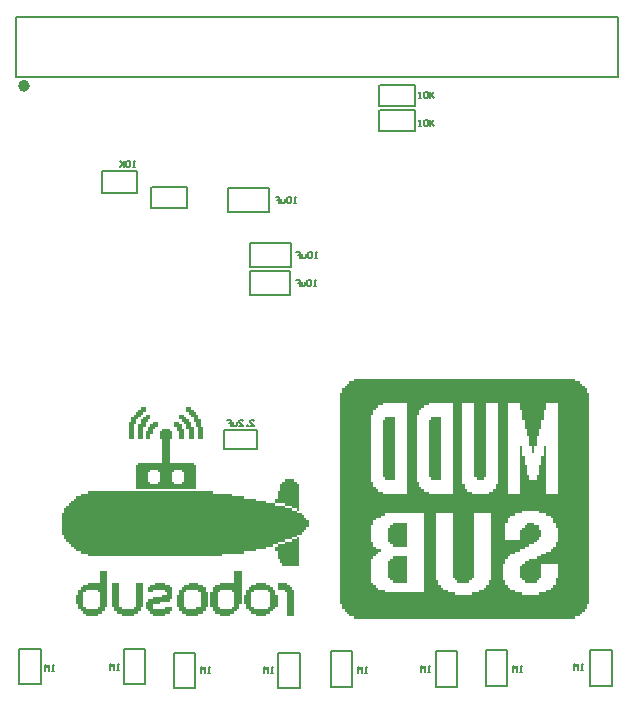
<source format=gbo>
G04*
G04 #@! TF.GenerationSoftware,Altium Limited,Altium Designer,19.1.7 (138)*
G04*
G04 Layer_Color=32896*
%FSLAX25Y25*%
%MOIN*%
G70*
G01*
G75*
%ADD10C,0.00787*%
%ADD17C,0.00600*%
%ADD84C,0.01968*%
%ADD85C,0.00598*%
G36*
X125620Y229960D02*
X126420D01*
Y229160D01*
X127220D01*
Y228360D01*
X128020D01*
Y227560D01*
Y226760D01*
X128820D01*
Y225960D01*
Y225160D01*
Y224360D01*
X129620D01*
Y223560D01*
Y222760D01*
Y221960D01*
Y221160D01*
Y220360D01*
X128020D01*
Y221160D01*
Y221960D01*
Y222760D01*
Y223560D01*
Y224360D01*
X127220D01*
Y225160D01*
Y225960D01*
X126420D01*
Y226760D01*
Y227560D01*
X125620D01*
Y228360D01*
X124820D01*
Y229160D01*
X124020D01*
Y229960D01*
Y230760D01*
X125620D01*
Y229960D01*
D02*
G37*
G36*
X123220Y227560D02*
X124020D01*
Y226760D01*
X124820D01*
Y225960D01*
X125620D01*
Y225160D01*
Y224360D01*
X126420D01*
Y223560D01*
Y222760D01*
Y221960D01*
Y221160D01*
Y220360D01*
X124820D01*
Y221160D01*
Y221960D01*
Y222760D01*
Y223560D01*
X124020D01*
Y224360D01*
Y225160D01*
X123220D01*
Y225960D01*
X122420D01*
Y226760D01*
X121620D01*
Y227560D01*
Y228360D01*
X123220D01*
Y227560D01*
D02*
G37*
G36*
X121620Y225160D02*
X122420D01*
Y224360D01*
Y223560D01*
X123220D01*
Y222760D01*
Y221960D01*
Y221160D01*
Y220360D01*
X121620D01*
Y221160D01*
Y221960D01*
Y222760D01*
X120820D01*
Y223560D01*
Y224360D01*
X120020D01*
Y225160D01*
Y225960D01*
X121620D01*
Y225160D01*
D02*
G37*
G36*
X114420D02*
Y224360D01*
X113620D01*
Y223560D01*
X112820D01*
Y222760D01*
Y221960D01*
X112020D01*
Y221160D01*
Y220360D01*
X110420D01*
Y221160D01*
Y221960D01*
Y222760D01*
X111220D01*
Y223560D01*
Y224360D01*
X112020D01*
Y225160D01*
X112820D01*
Y225960D01*
X114420D01*
Y225160D01*
D02*
G37*
G36*
X112020Y227560D02*
Y226760D01*
X111220D01*
Y225960D01*
X110420D01*
Y225160D01*
Y224360D01*
X109620D01*
Y223560D01*
Y222760D01*
Y221960D01*
Y221160D01*
Y220360D01*
X108020D01*
Y221160D01*
Y221960D01*
Y222760D01*
Y223560D01*
Y224360D01*
Y225160D01*
X108820D01*
Y225960D01*
Y226760D01*
X109620D01*
Y227560D01*
X110420D01*
Y228360D01*
X112020D01*
Y227560D01*
D02*
G37*
G36*
X110420Y229960D02*
Y229160D01*
X109620D01*
Y228360D01*
X108820D01*
Y227560D01*
X108020D01*
Y226760D01*
X107220D01*
Y225960D01*
Y225160D01*
X106420D01*
Y224360D01*
Y223560D01*
Y222760D01*
Y221960D01*
Y221160D01*
Y220360D01*
X104820D01*
Y221160D01*
Y221960D01*
Y222760D01*
Y223560D01*
Y224360D01*
Y225160D01*
Y225960D01*
X105620D01*
Y226760D01*
Y227560D01*
X106420D01*
Y228360D01*
X107220D01*
Y229160D01*
X108020D01*
Y229960D01*
X108820D01*
Y230760D01*
X110420D01*
Y229960D01*
D02*
G37*
G36*
X118420Y222760D02*
X119220D01*
Y221960D01*
Y221160D01*
Y220360D01*
X118420D01*
Y219560D01*
Y218760D01*
Y217960D01*
Y217160D01*
Y216360D01*
Y215560D01*
Y214760D01*
Y213960D01*
Y213160D01*
Y212360D01*
X126420D01*
Y211560D01*
X127220D01*
Y210760D01*
Y209960D01*
Y209160D01*
Y208360D01*
Y207560D01*
Y206760D01*
Y205960D01*
Y205160D01*
Y204360D01*
Y203560D01*
X107220D01*
Y204360D01*
Y205160D01*
Y205960D01*
Y206760D01*
Y207560D01*
Y208360D01*
Y209160D01*
Y209960D01*
Y210760D01*
Y211560D01*
X108020D01*
Y212360D01*
X116020D01*
Y213160D01*
Y213960D01*
Y214760D01*
Y215560D01*
Y216360D01*
Y217160D01*
Y217960D01*
Y218760D01*
Y219560D01*
Y220360D01*
X115220D01*
Y221160D01*
Y221960D01*
Y222760D01*
X116020D01*
Y223560D01*
X118420D01*
Y222760D01*
D02*
G37*
G36*
X160020Y205960D02*
X160820D01*
Y205160D01*
X161620D01*
Y204360D01*
Y203560D01*
Y202760D01*
Y201960D01*
Y201160D01*
Y200360D01*
Y199560D01*
Y198760D01*
Y197960D01*
Y197160D01*
Y196360D01*
X160820D01*
Y197160D01*
X159220D01*
Y197960D01*
X156820D01*
Y198760D01*
X153620D01*
Y199560D01*
Y200360D01*
X154420D01*
Y201160D01*
Y201960D01*
Y202760D01*
X155220D01*
Y203560D01*
Y204360D01*
Y205160D01*
X156020D01*
Y205960D01*
X156820D01*
Y206760D01*
X160020D01*
Y205960D01*
D02*
G37*
G36*
X132820Y201960D02*
X139220D01*
Y201160D01*
X143220D01*
Y200360D01*
X147220D01*
Y199560D01*
X150420D01*
Y198760D01*
X153620D01*
Y197960D01*
X156820D01*
Y197160D01*
X159220D01*
Y196360D01*
X160820D01*
Y195560D01*
X162420D01*
Y194760D01*
X163220D01*
Y193960D01*
X164020D01*
Y193160D01*
X164820D01*
Y192360D01*
Y191560D01*
Y190760D01*
X164020D01*
Y189960D01*
X163220D01*
Y189160D01*
X162420D01*
Y188360D01*
X160820D01*
Y187560D01*
X161620D01*
Y186760D01*
Y185960D01*
Y185160D01*
Y184360D01*
Y183560D01*
Y182760D01*
Y181960D01*
Y181160D01*
Y180360D01*
Y179560D01*
Y178760D01*
Y177960D01*
X156020D01*
Y178760D01*
X155220D01*
Y179560D01*
Y180360D01*
X154420D01*
Y181160D01*
Y181960D01*
Y182760D01*
X153620D01*
Y183560D01*
Y184360D01*
X154420D01*
Y185160D01*
X152820D01*
Y184360D01*
X150420D01*
Y183560D01*
X147220D01*
Y182760D01*
X143220D01*
Y181960D01*
X136020D01*
Y181160D01*
X91220D01*
Y181960D01*
X88820D01*
Y182760D01*
X87220D01*
Y183560D01*
X86420D01*
Y184360D01*
X85620D01*
Y185160D01*
X84820D01*
Y185960D01*
X84020D01*
Y186760D01*
X83220D01*
Y187560D01*
Y188360D01*
X82420D01*
Y189160D01*
Y189960D01*
Y190760D01*
Y191560D01*
Y192360D01*
Y193160D01*
Y193960D01*
Y194760D01*
Y195560D01*
X83220D01*
Y196360D01*
Y197160D01*
X84020D01*
Y197960D01*
X84820D01*
Y198760D01*
X85620D01*
Y199560D01*
X86420D01*
Y200360D01*
X87220D01*
Y201160D01*
X88820D01*
Y201960D01*
X91220D01*
Y202760D01*
X132820D01*
Y201960D01*
D02*
G37*
G36*
X109620Y171560D02*
Y170760D01*
Y169960D01*
Y169160D01*
Y168360D01*
Y167560D01*
Y166760D01*
Y165960D01*
Y165160D01*
Y164360D01*
X108820D01*
Y163560D01*
Y162760D01*
X108020D01*
Y161960D01*
X106420D01*
Y161160D01*
X102420D01*
Y161960D01*
X100820D01*
Y162760D01*
X100020D01*
Y163560D01*
Y164360D01*
X99220D01*
Y165160D01*
Y165960D01*
Y166760D01*
Y167560D01*
Y168360D01*
Y169160D01*
Y169960D01*
Y170760D01*
Y171560D01*
Y172360D01*
X101620D01*
Y171560D01*
Y170760D01*
Y169960D01*
Y169160D01*
Y168360D01*
Y167560D01*
Y166760D01*
Y165960D01*
Y165160D01*
Y164360D01*
X102420D01*
Y163560D01*
X106420D01*
Y164360D01*
X107220D01*
Y165160D01*
Y165960D01*
Y166760D01*
Y167560D01*
Y168360D01*
Y169160D01*
Y169960D01*
Y170760D01*
Y171560D01*
Y172360D01*
X109620D01*
Y171560D01*
D02*
G37*
G36*
X157620D02*
X158420D01*
Y170760D01*
X159220D01*
Y169960D01*
X160020D01*
Y169160D01*
Y168360D01*
Y167560D01*
Y166760D01*
Y165960D01*
Y165160D01*
Y164360D01*
Y163560D01*
Y162760D01*
Y161960D01*
Y161160D01*
X157620D01*
Y161960D01*
Y162760D01*
Y163560D01*
Y164360D01*
Y165160D01*
Y165960D01*
Y166760D01*
Y167560D01*
Y168360D01*
Y169160D01*
X156820D01*
Y169960D01*
X154420D01*
Y170760D01*
Y171560D01*
Y172360D01*
X157620D01*
Y171560D01*
D02*
G37*
G36*
X150420D02*
X152020D01*
Y170760D01*
X152820D01*
Y169960D01*
X153620D01*
Y169160D01*
Y168360D01*
X154420D01*
Y167560D01*
Y166760D01*
Y165960D01*
Y165160D01*
Y164360D01*
X153620D01*
Y163560D01*
X152820D01*
Y162760D01*
X152020D01*
Y161960D01*
X150420D01*
Y161160D01*
X147220D01*
Y161960D01*
X145620D01*
Y162760D01*
X144820D01*
Y163560D01*
X144020D01*
Y164360D01*
Y165160D01*
X143220D01*
Y165960D01*
Y166760D01*
Y167560D01*
Y168360D01*
X144020D01*
Y169160D01*
Y169960D01*
X144820D01*
Y170760D01*
X145620D01*
Y171560D01*
X147220D01*
Y172360D01*
X150420D01*
Y171560D01*
D02*
G37*
G36*
X142420Y175560D02*
Y174760D01*
Y173960D01*
Y173160D01*
Y172360D01*
Y171560D01*
Y170760D01*
Y169960D01*
Y169160D01*
Y168360D01*
Y167560D01*
Y166760D01*
Y165960D01*
Y165160D01*
X141620D01*
Y164360D01*
Y163560D01*
X140820D01*
Y162760D01*
X140020D01*
Y161960D01*
X138420D01*
Y161160D01*
X135220D01*
Y161960D01*
X133620D01*
Y162760D01*
X132820D01*
Y163560D01*
Y164360D01*
X132020D01*
Y165160D01*
Y165960D01*
Y166760D01*
Y167560D01*
Y168360D01*
Y169160D01*
X132820D01*
Y169960D01*
Y170760D01*
X133620D01*
Y171560D01*
X135220D01*
Y172360D01*
X140020D01*
Y173160D01*
Y173960D01*
Y174760D01*
Y175560D01*
Y176360D01*
X142420D01*
Y175560D01*
D02*
G37*
G36*
X128020Y171560D02*
X129620D01*
Y170760D01*
X130420D01*
Y169960D01*
Y169160D01*
X131220D01*
Y168360D01*
Y167560D01*
Y166760D01*
Y165960D01*
Y165160D01*
Y164360D01*
X130420D01*
Y163560D01*
Y162760D01*
X129620D01*
Y161960D01*
X128020D01*
Y161160D01*
X124020D01*
Y161960D01*
X122420D01*
Y162760D01*
X121620D01*
Y163560D01*
Y164360D01*
X120820D01*
Y165160D01*
Y165960D01*
Y166760D01*
Y167560D01*
Y168360D01*
X121620D01*
Y169160D01*
Y169960D01*
X122420D01*
Y170760D01*
X123220D01*
Y171560D01*
X124820D01*
Y172360D01*
X128020D01*
Y171560D01*
D02*
G37*
G36*
X116820D02*
X118420D01*
Y170760D01*
X119220D01*
Y169960D01*
Y169160D01*
Y168360D01*
Y167560D01*
Y166760D01*
X118420D01*
Y165960D01*
X115220D01*
Y165160D01*
X112820D01*
Y164360D01*
Y163560D01*
X116820D01*
Y164360D01*
X119220D01*
Y163560D01*
Y162760D01*
X118420D01*
Y161960D01*
X116820D01*
Y161160D01*
X112820D01*
Y161960D01*
X112020D01*
Y162760D01*
X111220D01*
Y163560D01*
X110420D01*
Y164360D01*
Y165160D01*
Y165960D01*
X111220D01*
Y166760D01*
X112820D01*
Y167560D01*
X116020D01*
Y168360D01*
X117620D01*
Y169160D01*
X116820D01*
Y169960D01*
X112820D01*
Y169160D01*
X111220D01*
Y169960D01*
Y170760D01*
X112020D01*
Y171560D01*
X113620D01*
Y172360D01*
X116820D01*
Y171560D01*
D02*
G37*
G36*
X97620Y175560D02*
Y174760D01*
Y173960D01*
Y173160D01*
Y172360D01*
Y171560D01*
Y170760D01*
Y169960D01*
Y169160D01*
Y168360D01*
Y167560D01*
Y166760D01*
Y165960D01*
Y165160D01*
Y164360D01*
X96820D01*
Y163560D01*
Y162760D01*
X96020D01*
Y161960D01*
X94420D01*
Y161160D01*
X90420D01*
Y161960D01*
X89620D01*
Y162760D01*
X88820D01*
Y163560D01*
X88020D01*
Y164360D01*
Y165160D01*
X87220D01*
Y165960D01*
Y166760D01*
Y167560D01*
Y168360D01*
X88020D01*
Y169160D01*
Y169960D01*
X88820D01*
Y170760D01*
X89620D01*
Y171560D01*
X91220D01*
Y172360D01*
X95220D01*
Y173160D01*
Y173960D01*
Y174760D01*
Y175560D01*
Y176360D01*
X97620D01*
Y175560D01*
D02*
G37*
G36*
X253597Y239436D02*
X255197D01*
Y238636D01*
X255997D01*
Y237836D01*
X256797D01*
Y237036D01*
X257597D01*
Y236236D01*
Y235436D01*
X258397D01*
Y234636D01*
Y233836D01*
Y233036D01*
Y232236D01*
Y231436D01*
Y230636D01*
Y229836D01*
Y229036D01*
Y228236D01*
Y227436D01*
Y226636D01*
Y225836D01*
Y225036D01*
Y224236D01*
Y223436D01*
Y222636D01*
Y221836D01*
Y221036D01*
Y220236D01*
Y219436D01*
Y218636D01*
Y217836D01*
Y217036D01*
Y216236D01*
Y215436D01*
Y214636D01*
Y213836D01*
Y213036D01*
Y212236D01*
Y211436D01*
Y210636D01*
Y209836D01*
Y209036D01*
Y208236D01*
Y207436D01*
Y206636D01*
Y205836D01*
Y205036D01*
Y204236D01*
Y203436D01*
Y202636D01*
Y201836D01*
Y201036D01*
Y200236D01*
Y199436D01*
Y198636D01*
Y197836D01*
Y197036D01*
Y196236D01*
Y195436D01*
Y194636D01*
Y193836D01*
Y193036D01*
Y192236D01*
Y191436D01*
Y190636D01*
Y189836D01*
Y189036D01*
Y188236D01*
Y187436D01*
Y186636D01*
Y185836D01*
Y185036D01*
Y184236D01*
Y183436D01*
Y182636D01*
Y181836D01*
Y181036D01*
Y180236D01*
Y179436D01*
Y178636D01*
Y177836D01*
Y177036D01*
Y176236D01*
Y175436D01*
Y174636D01*
Y173836D01*
Y173036D01*
Y172236D01*
Y171436D01*
Y170636D01*
Y169836D01*
Y169036D01*
Y168236D01*
Y167436D01*
Y166636D01*
Y165836D01*
Y165036D01*
X257597D01*
Y164236D01*
Y163436D01*
X256797D01*
Y162636D01*
X255997D01*
Y161836D01*
X255197D01*
Y161036D01*
X253597D01*
Y160236D01*
X179997D01*
Y161036D01*
X178397D01*
Y161836D01*
X177597D01*
Y162636D01*
X176797D01*
Y163436D01*
X175997D01*
Y164236D01*
Y165036D01*
X175197D01*
Y165836D01*
Y166636D01*
Y167436D01*
Y168236D01*
Y169036D01*
Y169836D01*
Y170636D01*
Y171436D01*
Y172236D01*
Y173036D01*
Y173836D01*
Y174636D01*
Y175436D01*
Y176236D01*
Y177036D01*
Y177836D01*
Y178636D01*
Y179436D01*
Y180236D01*
Y181036D01*
Y181836D01*
Y182636D01*
Y183436D01*
Y184236D01*
Y185036D01*
Y185836D01*
Y186636D01*
Y187436D01*
Y188236D01*
Y189036D01*
Y189836D01*
Y190636D01*
Y191436D01*
Y192236D01*
Y193036D01*
Y193836D01*
Y194636D01*
Y195436D01*
Y196236D01*
Y197036D01*
Y197836D01*
Y198636D01*
Y199436D01*
Y200236D01*
Y201036D01*
Y201836D01*
Y202636D01*
Y203436D01*
Y204236D01*
Y205036D01*
Y205836D01*
Y206636D01*
Y207436D01*
Y208236D01*
Y209036D01*
Y209836D01*
Y210636D01*
Y211436D01*
Y212236D01*
Y213036D01*
Y213836D01*
Y214636D01*
Y215436D01*
Y216236D01*
Y217036D01*
Y217836D01*
Y218636D01*
Y219436D01*
Y220236D01*
Y221036D01*
Y221836D01*
Y222636D01*
Y223436D01*
Y224236D01*
Y225036D01*
Y225836D01*
Y226636D01*
Y227436D01*
Y228236D01*
Y229036D01*
Y229836D01*
Y230636D01*
Y231436D01*
Y232236D01*
Y233036D01*
Y233836D01*
Y234636D01*
Y235436D01*
X175997D01*
Y236236D01*
Y237036D01*
X176797D01*
Y237836D01*
X177597D01*
Y238636D01*
X178397D01*
Y239436D01*
X179997D01*
Y240236D01*
X253597D01*
Y239436D01*
D02*
G37*
%LPC*%
G36*
X122420Y209960D02*
X120020D01*
Y209160D01*
X119220D01*
Y208360D01*
Y207560D01*
Y206760D01*
Y205960D01*
X120020D01*
Y205160D01*
X122420D01*
Y205960D01*
X123220D01*
Y206760D01*
Y207560D01*
Y208360D01*
Y209160D01*
X122420D01*
Y209960D01*
D02*
G37*
G36*
X114420D02*
X112020D01*
Y209160D01*
X111220D01*
Y208360D01*
Y207560D01*
Y206760D01*
Y205960D01*
X112020D01*
Y205160D01*
X114420D01*
Y205960D01*
X115220D01*
Y206760D01*
Y207560D01*
Y208360D01*
Y209160D01*
X114420D01*
Y209960D01*
D02*
G37*
G36*
X160820Y187560D02*
X159220D01*
Y186760D01*
X160820D01*
Y187560D01*
D02*
G37*
G36*
X159220Y186760D02*
X156820D01*
Y185960D01*
X159220D01*
Y186760D01*
D02*
G37*
G36*
X156820Y185960D02*
X154420D01*
Y185160D01*
X156820D01*
Y185960D01*
D02*
G37*
G36*
X151220Y169960D02*
X146420D01*
Y169160D01*
X145620D01*
Y168360D01*
Y167560D01*
Y166760D01*
Y165960D01*
Y165160D01*
Y164360D01*
X146420D01*
Y163560D01*
X151220D01*
Y164360D01*
X152020D01*
Y165160D01*
Y165960D01*
Y166760D01*
Y167560D01*
Y168360D01*
Y169160D01*
X151220D01*
Y169960D01*
D02*
G37*
G36*
X139220D02*
X135220D01*
Y169160D01*
X134420D01*
Y168360D01*
Y167560D01*
Y166760D01*
Y165960D01*
Y165160D01*
Y164360D01*
X135220D01*
Y163560D01*
X139220D01*
Y164360D01*
X140020D01*
Y165160D01*
Y165960D01*
Y166760D01*
Y167560D01*
Y168360D01*
Y169160D01*
X139220D01*
Y169960D01*
D02*
G37*
G36*
X128020D02*
X124020D01*
Y169160D01*
X123220D01*
Y168360D01*
Y167560D01*
Y166760D01*
Y165960D01*
Y165160D01*
Y164360D01*
X124020D01*
Y163560D01*
X127220D01*
Y164360D01*
X128820D01*
Y165160D01*
Y165960D01*
Y166760D01*
Y167560D01*
Y168360D01*
Y169160D01*
X128020D01*
Y169960D01*
D02*
G37*
G36*
X94420D02*
X90420D01*
Y169160D01*
X89620D01*
Y168360D01*
Y167560D01*
Y166760D01*
Y165960D01*
Y165160D01*
Y164360D01*
X90420D01*
Y163560D01*
X94420D01*
Y164360D01*
X95220D01*
Y165160D01*
Y165960D01*
Y166760D01*
Y167560D01*
Y168360D01*
Y169160D01*
X94420D01*
Y169960D01*
D02*
G37*
G36*
X247997Y232236D02*
X243997D01*
Y231436D01*
Y230636D01*
Y229836D01*
X243197D01*
Y229036D01*
Y228236D01*
Y227436D01*
Y226636D01*
X242397D01*
Y225836D01*
Y225036D01*
Y224236D01*
Y223436D01*
X241597D01*
Y222636D01*
Y221836D01*
Y221036D01*
X240797D01*
Y220236D01*
Y219436D01*
Y218636D01*
Y217836D01*
X239997D01*
Y217036D01*
Y216236D01*
Y215436D01*
X239197D01*
Y216236D01*
Y217036D01*
Y217836D01*
X238397D01*
Y218636D01*
Y219436D01*
Y220236D01*
Y221036D01*
X237597D01*
Y221836D01*
Y222636D01*
Y223436D01*
X236797D01*
Y224236D01*
Y225036D01*
Y225836D01*
Y226636D01*
X235997D01*
Y227436D01*
Y228236D01*
Y229036D01*
Y229836D01*
X235197D01*
Y230636D01*
Y231436D01*
Y232236D01*
X231197D01*
Y231436D01*
Y230636D01*
Y229836D01*
Y229036D01*
Y228236D01*
Y227436D01*
Y226636D01*
Y225836D01*
Y225036D01*
Y224236D01*
Y223436D01*
Y222636D01*
Y221836D01*
Y221036D01*
Y220236D01*
Y219436D01*
Y218636D01*
Y217836D01*
Y217036D01*
Y216236D01*
Y215436D01*
Y214636D01*
Y213836D01*
Y213036D01*
Y212236D01*
Y211436D01*
Y210636D01*
Y209836D01*
Y209036D01*
Y208236D01*
Y207436D01*
Y206636D01*
Y205836D01*
Y205036D01*
Y204236D01*
Y203436D01*
Y202636D01*
Y201836D01*
X235197D01*
Y202636D01*
Y203436D01*
Y204236D01*
Y205036D01*
Y205836D01*
Y206636D01*
Y207436D01*
Y208236D01*
Y209036D01*
Y209836D01*
Y210636D01*
Y211436D01*
Y212236D01*
Y213036D01*
Y213836D01*
Y214636D01*
Y215436D01*
Y216236D01*
Y217036D01*
Y217836D01*
X235997D01*
Y217036D01*
Y216236D01*
Y215436D01*
Y214636D01*
X236797D01*
Y213836D01*
Y213036D01*
Y212236D01*
Y211436D01*
X237597D01*
Y210636D01*
Y209836D01*
Y209036D01*
Y208236D01*
X238397D01*
Y207436D01*
Y206636D01*
X240797D01*
Y207436D01*
Y208236D01*
X241597D01*
Y209036D01*
Y209836D01*
Y210636D01*
Y211436D01*
X242397D01*
Y212236D01*
Y213036D01*
Y213836D01*
Y214636D01*
X243197D01*
Y215436D01*
Y216236D01*
Y217036D01*
Y217836D01*
X243997D01*
Y217036D01*
Y216236D01*
Y215436D01*
Y214636D01*
Y213836D01*
Y213036D01*
Y212236D01*
Y211436D01*
Y210636D01*
Y209836D01*
Y209036D01*
Y208236D01*
Y207436D01*
Y206636D01*
Y205836D01*
Y205036D01*
Y204236D01*
Y203436D01*
Y202636D01*
Y201836D01*
X247997D01*
Y202636D01*
Y203436D01*
Y204236D01*
Y205036D01*
Y205836D01*
Y206636D01*
Y207436D01*
Y208236D01*
Y209036D01*
Y209836D01*
Y210636D01*
Y211436D01*
Y212236D01*
Y213036D01*
Y213836D01*
Y214636D01*
Y215436D01*
Y216236D01*
Y217036D01*
Y217836D01*
Y218636D01*
Y219436D01*
Y220236D01*
Y221036D01*
Y221836D01*
Y222636D01*
Y223436D01*
Y224236D01*
Y225036D01*
Y225836D01*
Y226636D01*
Y227436D01*
Y228236D01*
Y229036D01*
Y229836D01*
Y230636D01*
Y231436D01*
Y232236D01*
D02*
G37*
G36*
X227997D02*
X223997D01*
Y231436D01*
Y230636D01*
Y229836D01*
Y229036D01*
Y228236D01*
Y227436D01*
Y226636D01*
Y225836D01*
Y225036D01*
Y224236D01*
Y223436D01*
Y222636D01*
Y221836D01*
Y221036D01*
Y220236D01*
Y219436D01*
Y218636D01*
Y217836D01*
Y217036D01*
Y216236D01*
Y215436D01*
Y214636D01*
Y213836D01*
Y213036D01*
Y212236D01*
Y211436D01*
Y210636D01*
Y209836D01*
Y209036D01*
Y208236D01*
Y207436D01*
X223197D01*
Y206636D01*
X220797D01*
Y207436D01*
X219997D01*
Y208236D01*
Y209036D01*
Y209836D01*
Y210636D01*
Y211436D01*
Y212236D01*
Y213036D01*
Y213836D01*
Y214636D01*
Y215436D01*
Y216236D01*
Y217036D01*
Y217836D01*
Y218636D01*
Y219436D01*
Y220236D01*
Y221036D01*
Y221836D01*
Y222636D01*
Y223436D01*
Y224236D01*
Y225036D01*
Y225836D01*
Y226636D01*
Y227436D01*
Y228236D01*
Y229036D01*
Y229836D01*
Y230636D01*
Y231436D01*
Y232236D01*
X215997D01*
Y231436D01*
Y230636D01*
Y229836D01*
Y229036D01*
Y228236D01*
Y227436D01*
Y226636D01*
Y225836D01*
Y225036D01*
Y224236D01*
Y223436D01*
Y222636D01*
Y221836D01*
Y221036D01*
Y220236D01*
Y219436D01*
Y218636D01*
Y217836D01*
Y217036D01*
Y216236D01*
Y215436D01*
Y214636D01*
Y213836D01*
Y213036D01*
Y212236D01*
Y211436D01*
Y210636D01*
Y209836D01*
Y209036D01*
Y208236D01*
Y207436D01*
Y206636D01*
Y205836D01*
Y205036D01*
X216797D01*
Y204236D01*
Y203436D01*
X217597D01*
Y202636D01*
X219197D01*
Y201836D01*
X224797D01*
Y202636D01*
X226397D01*
Y203436D01*
X227197D01*
Y204236D01*
Y205036D01*
X227997D01*
Y205836D01*
Y206636D01*
Y207436D01*
Y208236D01*
Y209036D01*
Y209836D01*
Y210636D01*
Y211436D01*
Y212236D01*
Y213036D01*
Y213836D01*
Y214636D01*
Y215436D01*
Y216236D01*
Y217036D01*
Y217836D01*
Y218636D01*
Y219436D01*
Y220236D01*
Y221036D01*
Y221836D01*
Y222636D01*
Y223436D01*
Y224236D01*
Y225036D01*
Y225836D01*
Y226636D01*
Y227436D01*
Y228236D01*
Y229036D01*
Y229836D01*
Y230636D01*
Y231436D01*
Y232236D01*
D02*
G37*
G36*
X212797D02*
X204797D01*
Y231436D01*
X203197D01*
Y230636D01*
X202397D01*
Y229836D01*
X201597D01*
Y229036D01*
Y228236D01*
X200797D01*
Y227436D01*
Y226636D01*
Y225836D01*
Y225036D01*
Y224236D01*
Y223436D01*
Y222636D01*
Y221836D01*
Y221036D01*
Y220236D01*
Y219436D01*
Y218636D01*
Y217836D01*
Y217036D01*
Y216236D01*
Y215436D01*
Y214636D01*
Y213836D01*
Y213036D01*
Y212236D01*
Y211436D01*
Y210636D01*
Y209836D01*
Y209036D01*
Y208236D01*
Y207436D01*
Y206636D01*
Y205836D01*
X201597D01*
Y205036D01*
Y204236D01*
X202397D01*
Y203436D01*
X203197D01*
Y202636D01*
X204797D01*
Y201836D01*
X212797D01*
Y202636D01*
Y203436D01*
Y204236D01*
Y205036D01*
Y205836D01*
Y206636D01*
Y207436D01*
Y208236D01*
Y209036D01*
Y209836D01*
Y210636D01*
Y211436D01*
Y212236D01*
Y213036D01*
Y213836D01*
Y214636D01*
Y215436D01*
Y216236D01*
Y217036D01*
Y217836D01*
Y218636D01*
Y219436D01*
Y220236D01*
Y221036D01*
Y221836D01*
Y222636D01*
Y223436D01*
Y224236D01*
Y225036D01*
Y225836D01*
Y226636D01*
Y227436D01*
Y228236D01*
Y229036D01*
Y229836D01*
Y230636D01*
Y231436D01*
Y232236D01*
D02*
G37*
G36*
X197597D02*
X189597D01*
Y231436D01*
X187997D01*
Y230636D01*
X187197D01*
Y229836D01*
X186397D01*
Y229036D01*
Y228236D01*
X185597D01*
Y227436D01*
Y226636D01*
Y225836D01*
Y225036D01*
Y224236D01*
Y223436D01*
Y222636D01*
Y221836D01*
Y221036D01*
Y220236D01*
Y219436D01*
Y218636D01*
Y217836D01*
Y217036D01*
Y216236D01*
Y215436D01*
Y214636D01*
Y213836D01*
Y213036D01*
Y212236D01*
Y211436D01*
Y210636D01*
Y209836D01*
Y209036D01*
Y208236D01*
Y207436D01*
Y206636D01*
Y205836D01*
X186397D01*
Y205036D01*
Y204236D01*
X187197D01*
Y203436D01*
X187997D01*
Y202636D01*
X189597D01*
Y201836D01*
X197597D01*
Y202636D01*
Y203436D01*
Y204236D01*
Y205036D01*
Y205836D01*
Y206636D01*
Y207436D01*
Y208236D01*
Y209036D01*
Y209836D01*
Y210636D01*
Y211436D01*
Y212236D01*
Y213036D01*
Y213836D01*
Y214636D01*
Y215436D01*
Y216236D01*
Y217036D01*
Y217836D01*
Y218636D01*
Y219436D01*
Y220236D01*
Y221036D01*
Y221836D01*
Y222636D01*
Y223436D01*
Y224236D01*
Y225036D01*
Y225836D01*
Y226636D01*
Y227436D01*
Y228236D01*
Y229036D01*
Y229836D01*
Y230636D01*
Y231436D01*
Y232236D01*
D02*
G37*
G36*
X225597Y195436D02*
X219997D01*
Y194636D01*
Y193836D01*
Y193036D01*
Y192236D01*
Y191436D01*
Y190636D01*
Y189836D01*
Y189036D01*
Y188236D01*
Y187436D01*
Y186636D01*
Y185836D01*
Y185036D01*
Y184236D01*
Y183436D01*
Y182636D01*
Y181836D01*
Y181036D01*
Y180236D01*
Y179436D01*
Y178636D01*
Y177836D01*
Y177036D01*
Y176236D01*
Y175436D01*
Y174636D01*
Y173836D01*
X219197D01*
Y173036D01*
X218397D01*
Y172236D01*
X214397D01*
Y173036D01*
X213597D01*
Y173836D01*
X212797D01*
Y174636D01*
Y175436D01*
Y176236D01*
Y177036D01*
Y177836D01*
Y178636D01*
Y179436D01*
Y180236D01*
Y181036D01*
Y181836D01*
Y182636D01*
Y183436D01*
Y184236D01*
Y185036D01*
Y185836D01*
Y186636D01*
Y187436D01*
Y188236D01*
Y189036D01*
Y189836D01*
Y190636D01*
Y191436D01*
Y192236D01*
Y193036D01*
Y193836D01*
Y194636D01*
Y195436D01*
X207197D01*
Y194636D01*
Y193836D01*
Y193036D01*
Y192236D01*
Y191436D01*
Y190636D01*
Y189836D01*
Y189036D01*
Y188236D01*
Y187436D01*
Y186636D01*
Y185836D01*
Y185036D01*
Y184236D01*
Y183436D01*
Y182636D01*
Y181836D01*
Y181036D01*
Y180236D01*
Y179436D01*
Y178636D01*
Y177836D01*
Y177036D01*
Y176236D01*
Y175436D01*
Y174636D01*
Y173836D01*
Y173036D01*
X207997D01*
Y172236D01*
Y171436D01*
X208797D01*
Y170636D01*
X209597D01*
Y169836D01*
X211197D01*
Y169036D01*
X213597D01*
Y168236D01*
X219197D01*
Y169036D01*
X221597D01*
Y169836D01*
X223197D01*
Y170636D01*
X223997D01*
Y171436D01*
X224797D01*
Y172236D01*
Y173036D01*
X225597D01*
Y173836D01*
Y174636D01*
Y175436D01*
Y176236D01*
Y177036D01*
Y177836D01*
Y178636D01*
Y179436D01*
Y180236D01*
Y181036D01*
Y181836D01*
Y182636D01*
Y183436D01*
Y184236D01*
Y185036D01*
Y185836D01*
Y186636D01*
Y187436D01*
Y188236D01*
Y189036D01*
Y189836D01*
Y190636D01*
Y191436D01*
Y192236D01*
Y193036D01*
Y193836D01*
Y194636D01*
Y195436D01*
D02*
G37*
G36*
X203197D02*
X190397D01*
Y194636D01*
X188797D01*
Y193836D01*
X187197D01*
Y193036D01*
X186397D01*
Y192236D01*
Y191436D01*
X185597D01*
Y190636D01*
Y189836D01*
Y189036D01*
Y188236D01*
Y187436D01*
Y186636D01*
Y185836D01*
X186397D01*
Y185036D01*
Y184236D01*
X187197D01*
Y183436D01*
X188797D01*
Y182636D01*
X187997D01*
Y181836D01*
X187197D01*
Y181036D01*
X186397D01*
Y180236D01*
X185597D01*
Y179436D01*
Y178636D01*
Y177836D01*
Y177036D01*
Y176236D01*
Y175436D01*
Y174636D01*
Y173836D01*
Y173036D01*
Y172236D01*
X186397D01*
Y171436D01*
X187197D01*
Y170636D01*
X187997D01*
Y169836D01*
X190397D01*
Y169036D01*
X203197D01*
Y169836D01*
Y170636D01*
Y171436D01*
Y172236D01*
Y173036D01*
Y173836D01*
Y174636D01*
Y175436D01*
Y176236D01*
Y177036D01*
Y177836D01*
Y178636D01*
Y179436D01*
Y180236D01*
Y181036D01*
Y181836D01*
Y182636D01*
Y183436D01*
Y184236D01*
Y185036D01*
Y185836D01*
Y186636D01*
Y187436D01*
Y188236D01*
Y189036D01*
Y189836D01*
Y190636D01*
Y191436D01*
Y192236D01*
Y193036D01*
Y193836D01*
Y194636D01*
Y195436D01*
D02*
G37*
G36*
X241597Y196236D02*
X235997D01*
Y195436D01*
X233597D01*
Y194636D01*
X231997D01*
Y193836D01*
X231197D01*
Y193036D01*
Y192236D01*
X230397D01*
Y191436D01*
Y190636D01*
Y189836D01*
Y189036D01*
Y188236D01*
Y187436D01*
Y186636D01*
X235197D01*
Y187436D01*
Y188236D01*
Y189036D01*
Y189836D01*
X235997D01*
Y190636D01*
X236797D01*
Y191436D01*
X237597D01*
Y192236D01*
X239997D01*
Y191436D01*
X241597D01*
Y190636D01*
Y189836D01*
X242397D01*
Y189036D01*
Y188236D01*
Y187436D01*
X241597D01*
Y186636D01*
X240797D01*
Y185836D01*
X239997D01*
Y185036D01*
X238397D01*
Y184236D01*
X236797D01*
Y183436D01*
X235197D01*
Y182636D01*
X233597D01*
Y181836D01*
X231997D01*
Y181036D01*
X231197D01*
Y180236D01*
X230397D01*
Y179436D01*
Y178636D01*
X229597D01*
Y177836D01*
Y177036D01*
Y176236D01*
Y175436D01*
Y174636D01*
Y173836D01*
Y173036D01*
X230397D01*
Y172236D01*
Y171436D01*
X231197D01*
Y170636D01*
X231997D01*
Y169836D01*
X233597D01*
Y169036D01*
X235997D01*
Y168236D01*
X241597D01*
Y169036D01*
X243997D01*
Y169836D01*
X245597D01*
Y170636D01*
X246397D01*
Y171436D01*
X247197D01*
Y172236D01*
Y173036D01*
Y173836D01*
X247997D01*
Y174636D01*
Y175436D01*
Y176236D01*
Y177036D01*
Y177836D01*
Y178636D01*
X242397D01*
Y177836D01*
Y177036D01*
Y176236D01*
Y175436D01*
Y174636D01*
Y173836D01*
X241597D01*
Y173036D01*
X240797D01*
Y172236D01*
X236797D01*
Y173036D01*
X235997D01*
Y173836D01*
X235197D01*
Y174636D01*
Y175436D01*
Y176236D01*
Y177036D01*
Y177836D01*
X235997D01*
Y178636D01*
X236797D01*
Y179436D01*
X238397D01*
Y180236D01*
X240797D01*
Y181036D01*
X242397D01*
Y181836D01*
X243997D01*
Y182636D01*
X245597D01*
Y183436D01*
X246397D01*
Y184236D01*
X247197D01*
Y185036D01*
Y185836D01*
X247997D01*
Y186636D01*
Y187436D01*
Y188236D01*
Y189036D01*
Y189836D01*
Y190636D01*
X247197D01*
Y191436D01*
Y192236D01*
X246397D01*
Y193036D01*
Y193836D01*
X245597D01*
Y194636D01*
X243997D01*
Y195436D01*
X241597D01*
Y196236D01*
D02*
G37*
%LPD*%
G36*
X208797Y226636D02*
Y225836D01*
Y225036D01*
Y224236D01*
Y223436D01*
Y222636D01*
Y221836D01*
Y221036D01*
Y220236D01*
Y219436D01*
Y218636D01*
Y217836D01*
Y217036D01*
Y216236D01*
Y215436D01*
Y214636D01*
Y213836D01*
Y213036D01*
Y212236D01*
Y211436D01*
Y210636D01*
Y209836D01*
Y209036D01*
Y208236D01*
Y207436D01*
Y206636D01*
X205597D01*
Y207436D01*
X204797D01*
Y208236D01*
Y209036D01*
Y209836D01*
Y210636D01*
Y211436D01*
Y212236D01*
Y213036D01*
Y213836D01*
Y214636D01*
Y215436D01*
Y216236D01*
Y217036D01*
Y217836D01*
Y218636D01*
Y219436D01*
Y220236D01*
Y221036D01*
Y221836D01*
Y222636D01*
Y223436D01*
Y224236D01*
Y225036D01*
Y225836D01*
Y226636D01*
X205597D01*
Y227436D01*
X208797D01*
Y226636D01*
D02*
G37*
G36*
X193597D02*
Y225836D01*
Y225036D01*
Y224236D01*
Y223436D01*
Y222636D01*
Y221836D01*
Y221036D01*
Y220236D01*
Y219436D01*
Y218636D01*
Y217836D01*
Y217036D01*
Y216236D01*
Y215436D01*
Y214636D01*
Y213836D01*
Y213036D01*
Y212236D01*
Y211436D01*
Y210636D01*
Y209836D01*
Y209036D01*
Y208236D01*
Y207436D01*
Y206636D01*
X190397D01*
Y207436D01*
X189597D01*
Y208236D01*
Y209036D01*
Y209836D01*
Y210636D01*
Y211436D01*
Y212236D01*
Y213036D01*
Y213836D01*
Y214636D01*
Y215436D01*
Y216236D01*
Y217036D01*
Y217836D01*
Y218636D01*
Y219436D01*
Y220236D01*
Y221036D01*
Y221836D01*
Y222636D01*
Y223436D01*
Y224236D01*
Y225036D01*
Y225836D01*
Y226636D01*
X190397D01*
Y227436D01*
X193597D01*
Y226636D01*
D02*
G37*
G36*
X197597Y191436D02*
Y190636D01*
Y189836D01*
Y189036D01*
Y188236D01*
Y187436D01*
Y186636D01*
Y185836D01*
Y185036D01*
Y184236D01*
X192797D01*
Y185036D01*
X191997D01*
Y185836D01*
X191197D01*
Y186636D01*
Y187436D01*
Y188236D01*
Y189036D01*
Y189836D01*
Y190636D01*
X191997D01*
Y191436D01*
X192797D01*
Y192236D01*
X197597D01*
Y191436D01*
D02*
G37*
G36*
Y180236D02*
Y179436D01*
Y178636D01*
Y177836D01*
Y177036D01*
Y176236D01*
Y175436D01*
Y174636D01*
Y173836D01*
Y173036D01*
Y172236D01*
X192797D01*
Y173036D01*
X191997D01*
Y173836D01*
X191197D01*
Y174636D01*
Y175436D01*
Y176236D01*
Y177036D01*
Y177836D01*
Y178636D01*
Y179436D01*
X191997D01*
Y180236D01*
X192797D01*
Y181036D01*
X197597D01*
Y180236D01*
D02*
G37*
D10*
X107677Y302362D02*
Y305906D01*
X95866Y302362D02*
X107480D01*
X95866Y309449D02*
X107677D01*
Y305906D02*
Y309449D01*
X95866Y302362D02*
Y309449D01*
X188386Y334646D02*
Y338189D01*
X188583D02*
X200197D01*
X188386Y331102D02*
X200197D01*
X188386D02*
Y334646D01*
X200197Y331102D02*
Y338189D01*
X188386Y326378D02*
Y329921D01*
X188583D02*
X200197D01*
X188386Y322835D02*
X200197D01*
X188386D02*
Y326378D01*
X200197Y322835D02*
Y329921D01*
X267831Y340709D02*
Y360709D01*
X67331Y340709D02*
Y360709D01*
X267831D01*
X67331Y340709D02*
X267831D01*
X119903Y149032D02*
X126989D01*
X123446Y137222D02*
X126989D01*
Y149032D01*
X119903Y137418D02*
Y149032D01*
Y137222D02*
X123446D01*
X258661Y149803D02*
X265748D01*
X262205Y137992D02*
X265748D01*
Y149803D01*
X258661Y138189D02*
Y149803D01*
Y137992D02*
X262205D01*
X223840Y149820D02*
X230926D01*
X227383Y138009D02*
X230926D01*
Y149820D01*
X223840Y138206D02*
Y149820D01*
Y138009D02*
X227383D01*
X207087Y149409D02*
X214173D01*
X210630Y137598D02*
X214173D01*
Y149409D01*
X207087Y137795D02*
Y149409D01*
Y137598D02*
X210630D01*
X172265Y149426D02*
X179351D01*
X175808Y137615D02*
X179351D01*
Y149426D01*
X172265Y137812D02*
Y149426D01*
Y137615D02*
X175808D01*
X154724Y149016D02*
X161811D01*
X158268Y137205D02*
X161811D01*
Y149016D01*
X154724Y137402D02*
Y149016D01*
Y137205D02*
X158268D01*
X68328Y150214D02*
X75414D01*
X71871Y138403D02*
X75414D01*
Y150214D01*
X68328Y138600D02*
Y150214D01*
Y138403D02*
X71871D01*
X147638Y216929D02*
Y220079D01*
X136614Y216929D02*
X147638D01*
X136614D02*
Y223228D01*
X147638D01*
Y220079D02*
Y223228D01*
X158724Y268315D02*
Y272252D01*
X145141Y268315D02*
X158724D01*
X145141D02*
Y276189D01*
X158724D01*
Y272252D02*
Y276189D01*
X158858Y277559D02*
Y281496D01*
X145276Y277559D02*
X158858D01*
X145276D02*
Y285433D01*
X158858D01*
Y281496D02*
Y285433D01*
X138055Y299811D02*
Y303748D01*
X151637D01*
Y295874D02*
Y303748D01*
X138055Y295874D02*
X151637D01*
X138055D02*
Y299811D01*
X124213Y297244D02*
Y304331D01*
X112402Y297244D02*
Y300787D01*
Y297244D02*
X124213D01*
X112598Y304331D02*
X124213D01*
X112402Y300787D02*
Y304331D01*
X103150Y150197D02*
X110236D01*
X106693Y138386D02*
X110236D01*
Y150197D01*
X103150Y138583D02*
Y150197D01*
Y138386D02*
X106693D01*
D17*
X205118Y142520D02*
X204462D01*
X204790D01*
Y144488D01*
X205118Y144160D01*
X203478Y142520D02*
Y144488D01*
X202822Y143832D01*
X202166Y144488D01*
Y142520D01*
X184252Y142126D02*
X183596D01*
X183924D01*
Y144094D01*
X184252Y143766D01*
X182612Y142126D02*
Y144094D01*
X181956Y143438D01*
X181300Y144094D01*
Y142126D01*
X152756D02*
X152100D01*
X152428D01*
Y144094D01*
X152756Y143766D01*
X151116Y142126D02*
Y144094D01*
X150460Y143438D01*
X149804Y144094D01*
Y142126D01*
X131890D02*
X131234D01*
X131562D01*
Y144094D01*
X131890Y143766D01*
X130250Y142126D02*
Y144094D01*
X129594Y143438D01*
X128938Y144094D01*
Y142126D01*
X101575Y143307D02*
X100919D01*
X101247D01*
Y145275D01*
X101575Y144947D01*
X99935Y143307D02*
Y145275D01*
X99279Y144619D01*
X98623Y145275D01*
Y143307D01*
X79921Y142913D02*
X79265D01*
X79593D01*
Y144881D01*
X79921Y144553D01*
X78281Y142913D02*
Y144881D01*
X77625Y144225D01*
X76969Y144881D01*
Y142913D01*
X106980Y310736D02*
X106324D01*
X106652D01*
Y312704D01*
X106980Y312376D01*
X105340D02*
X105012Y312704D01*
X104357D01*
X104028Y312376D01*
Y311064D01*
X104357Y310736D01*
X105012D01*
X105340Y311064D01*
Y312376D01*
X103373Y312704D02*
Y310736D01*
Y311392D01*
X102061Y312704D01*
X103045Y311720D01*
X102061Y310736D01*
X235827Y142520D02*
X235171D01*
X235499D01*
Y144488D01*
X235827Y144160D01*
X234187Y142520D02*
Y144488D01*
X233531Y143832D01*
X232875Y144488D01*
Y142520D01*
X256299Y143307D02*
X255643D01*
X255971D01*
Y145275D01*
X256299Y144947D01*
X254659Y143307D02*
Y145275D01*
X254003Y144619D01*
X253347Y145275D01*
Y143307D01*
X145145Y224410D02*
X146457D01*
X145145Y225721D01*
Y226049D01*
X145473Y226377D01*
X146129D01*
X146457Y226049D01*
X144489Y224410D02*
Y224737D01*
X144161D01*
Y224410D01*
X144489D01*
X141537D02*
X142849D01*
X141537Y225721D01*
Y226049D01*
X141865Y226377D01*
X142521D01*
X142849Y226049D01*
X140881Y225721D02*
Y224737D01*
X140553Y224410D01*
X139569D01*
Y225721D01*
X137601Y226377D02*
X138913D01*
Y225393D01*
X138257D01*
X138913D01*
Y224410D01*
X167323Y271260D02*
X166667D01*
X166995D01*
Y273228D01*
X167323Y272900D01*
X165683D02*
X165355Y273228D01*
X164699D01*
X164371Y272900D01*
Y271588D01*
X164699Y271260D01*
X165355D01*
X165683Y271588D01*
Y272900D01*
X163715Y272572D02*
Y271588D01*
X163387Y271260D01*
X162403D01*
Y272572D01*
X160435Y273228D02*
X161747D01*
Y272244D01*
X161091D01*
X161747D01*
Y271260D01*
X167457Y280504D02*
X166801D01*
X167129D01*
Y282472D01*
X167457Y282144D01*
X165817D02*
X165489Y282472D01*
X164833D01*
X164505Y282144D01*
Y280832D01*
X164833Y280504D01*
X165489D01*
X165817Y280832D01*
Y282144D01*
X163849Y281816D02*
Y280832D01*
X163521Y280504D01*
X162537D01*
Y281816D01*
X160570Y282472D02*
X161881D01*
Y281488D01*
X161225D01*
X161881D01*
Y280504D01*
X160630Y298819D02*
X159974D01*
X160302D01*
Y300787D01*
X160630Y300459D01*
X158990D02*
X158662Y300787D01*
X158006D01*
X157678Y300459D01*
Y299147D01*
X158006Y298819D01*
X158662D01*
X158990Y299147D01*
Y300459D01*
X157022Y300131D02*
Y299147D01*
X156694Y298819D01*
X155710D01*
Y300131D01*
X153742Y300787D02*
X155054D01*
Y299803D01*
X154398D01*
X155054D01*
Y298819D01*
D84*
X70874Y337913D02*
G03*
X70874Y337913I-984J0D01*
G01*
D85*
X201575Y324410D02*
X202231D01*
X201903D01*
Y326377D01*
X201575Y326049D01*
X203215D02*
X203543Y326377D01*
X204199D01*
X204527Y326049D01*
Y324737D01*
X204199Y324410D01*
X203543D01*
X203215Y324737D01*
Y326049D01*
X205183Y326377D02*
Y324410D01*
Y325065D01*
X206494Y326377D01*
X205510Y325393D01*
X206494Y324410D01*
X201575Y333858D02*
X202231D01*
X201903D01*
Y335826D01*
X201575Y335498D01*
X203215D02*
X203543Y335826D01*
X204199D01*
X204527Y335498D01*
Y334186D01*
X204199Y333858D01*
X203543D01*
X203215Y334186D01*
Y335498D01*
X205183Y335826D02*
Y333858D01*
Y334514D01*
X206494Y335826D01*
X205510Y334842D01*
X206494Y333858D01*
M02*

</source>
